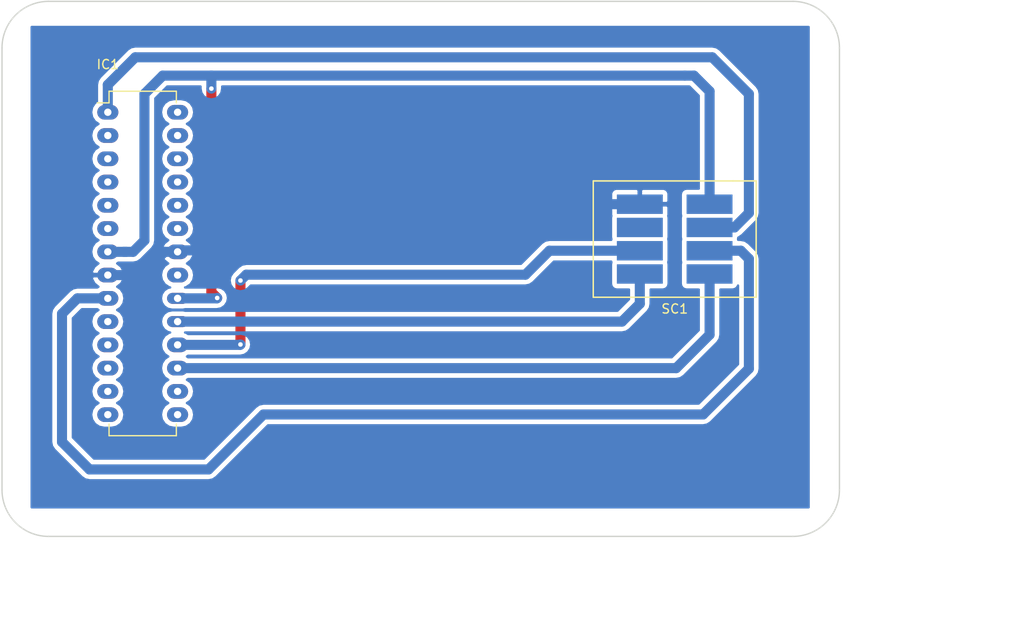
<source format=kicad_pcb>
(kicad_pcb (version 4) (host pcbnew 4.0.5+dfsg1-4)

  (general
    (links 16)
    (no_connects 0)
    (area 109.13523 58.344999 224.648859 129.065001)
    (thickness 1.6)
    (drawings 11)
    (tracks 61)
    (zones 0)
    (modules 2)
    (nets 27)
  )

  (page A4)
  (layers
    (0 F.Cu signal)
    (31 B.Cu signal)
    (32 B.Adhes user)
    (33 F.Adhes user)
    (34 B.Paste user)
    (35 F.Paste user)
    (36 B.SilkS user)
    (37 F.SilkS user)
    (38 B.Mask user)
    (39 F.Mask user)
    (40 Dwgs.User user)
    (41 Cmts.User user)
    (42 Eco1.User user)
    (43 Eco2.User user)
    (44 Edge.Cuts user)
    (45 Margin user)
    (46 B.CrtYd user)
    (47 F.CrtYd user)
    (48 B.Fab user)
    (49 F.Fab user)
  )

  (setup
    (last_trace_width 1.1)
    (user_trace_width 0.2)
    (trace_clearance 0.3)
    (zone_clearance 0.508)
    (zone_45_only yes)
    (trace_min 0.2)
    (segment_width 0.2)
    (edge_width 0.15)
    (via_size 0.6)
    (via_drill 0.5)
    (via_min_size 0.4)
    (via_min_drill 0.3)
    (uvia_size 0.3)
    (uvia_drill 0.1)
    (uvias_allowed no)
    (uvia_min_size 0.2)
    (uvia_min_drill 0.1)
    (pcb_text_width 0.3)
    (pcb_text_size 1.5 1.5)
    (mod_edge_width 0.15)
    (mod_text_size 1 1)
    (mod_text_width 0.15)
    (pad_size 2.3 1.2)
    (pad_drill 0.8)
    (pad_to_mask_clearance 0.2)
    (aux_axis_origin 0 0)
    (visible_elements FFFFFF7F)
    (pcbplotparams
      (layerselection 0x00030_80000000)
      (usegerberextensions false)
      (excludeedgelayer true)
      (linewidth 0.100000)
      (plotframeref false)
      (viasonmask false)
      (mode 1)
      (useauxorigin false)
      (hpglpennumber 1)
      (hpglpenspeed 20)
      (hpglpendiameter 15)
      (hpglpenoverlay 2)
      (psnegative false)
      (psa4output false)
      (plotreference true)
      (plotvalue true)
      (plotinvisibletext false)
      (padsonsilk false)
      (subtractmaskfromsilk false)
      (outputformat 1)
      (mirror false)
      (drillshape 0)
      (scaleselection 1)
      (outputdirectory impression/))
  )

  (net 0 "")
  (net 1 "Net-(IC1-Pad1)")
  (net 2 "Net-(IC1-Pad2)")
  (net 3 "Net-(IC1-Pad3)")
  (net 4 "Net-(IC1-Pad4)")
  (net 5 "Net-(IC1-Pad5)")
  (net 6 "Net-(IC1-Pad6)")
  (net 7 +5V)
  (net 8 GND)
  (net 9 "Net-(IC1-Pad9)")
  (net 10 "Net-(IC1-Pad10)")
  (net 11 "Net-(IC1-Pad11)")
  (net 12 "Net-(IC1-Pad12)")
  (net 13 "Net-(IC1-Pad13)")
  (net 14 "Net-(IC1-Pad14)")
  (net 15 "Net-(IC1-Pad15)")
  (net 16 "Net-(IC1-Pad16)")
  (net 17 "Net-(IC1-Pad17)")
  (net 18 "Net-(IC1-Pad18)")
  (net 19 "Net-(IC1-Pad19)")
  (net 20 "Net-(IC1-Pad21)")
  (net 21 "Net-(IC1-Pad23)")
  (net 22 "Net-(IC1-Pad24)")
  (net 23 "Net-(IC1-Pad25)")
  (net 24 "Net-(IC1-Pad26)")
  (net 25 "Net-(IC1-Pad27)")
  (net 26 "Net-(IC1-Pad28)")

  (net_class Default "Ceci est la Netclass par défaut"
    (clearance 0.3)
    (trace_width 1.1)
    (via_dia 0.6)
    (via_drill 0.5)
    (uvia_dia 0.3)
    (uvia_drill 0.1)
    (add_net +5V)
    (add_net GND)
    (add_net "Net-(IC1-Pad1)")
    (add_net "Net-(IC1-Pad10)")
    (add_net "Net-(IC1-Pad11)")
    (add_net "Net-(IC1-Pad12)")
    (add_net "Net-(IC1-Pad13)")
    (add_net "Net-(IC1-Pad14)")
    (add_net "Net-(IC1-Pad15)")
    (add_net "Net-(IC1-Pad16)")
    (add_net "Net-(IC1-Pad17)")
    (add_net "Net-(IC1-Pad18)")
    (add_net "Net-(IC1-Pad19)")
    (add_net "Net-(IC1-Pad2)")
    (add_net "Net-(IC1-Pad21)")
    (add_net "Net-(IC1-Pad23)")
    (add_net "Net-(IC1-Pad24)")
    (add_net "Net-(IC1-Pad25)")
    (add_net "Net-(IC1-Pad26)")
    (add_net "Net-(IC1-Pad27)")
    (add_net "Net-(IC1-Pad28)")
    (add_net "Net-(IC1-Pad3)")
    (add_net "Net-(IC1-Pad4)")
    (add_net "Net-(IC1-Pad5)")
    (add_net "Net-(IC1-Pad6)")
    (add_net "Net-(IC1-Pad9)")
  )

  (net_class petit ""
    (clearance 0.3)
    (trace_width 0.5)
    (via_dia 0.6)
    (via_drill 0.5)
    (uvia_dia 0.3)
    (uvia_drill 0.1)
  )

  (net_class pp ""
    (clearance 0.2)
    (trace_width 0.3)
    (via_dia 0.6)
    (via_drill 0.5)
    (uvia_dia 0.3)
    (uvia_drill 0.1)
  )

  (module Housings_DIP:DIP-28_W7.62mm_LongPads (layer F.Cu) (tedit 58DFDDBE) (tstamp 58DFCE96)
    (at 120.7711 70.527)
    (descr "28-lead dip package, row spacing 7.62 mm (300 mils), longer pads")
    (tags "dil dip 2.54 300")
    (path /58DFC490)
    (fp_text reference IC1 (at 0 -5.22) (layer F.SilkS)
      (effects (font (size 1 1) (thickness 0.15)))
    )
    (fp_text value ATMEGA328-P (at -3 13 90) (layer F.Fab)
      (effects (font (size 1 1) (thickness 0.15)))
    )
    (fp_line (start -1.4 -2.45) (end -1.4 35.5) (layer F.CrtYd) (width 0.05))
    (fp_line (start 9 -2.45) (end 9 35.5) (layer F.CrtYd) (width 0.05))
    (fp_line (start -1.4 -2.45) (end 9 -2.45) (layer F.CrtYd) (width 0.05))
    (fp_line (start -1.4 35.5) (end 9 35.5) (layer F.CrtYd) (width 0.05))
    (fp_line (start 0.135 -2.295) (end 0.135 -1.025) (layer F.SilkS) (width 0.15))
    (fp_line (start 7.485 -2.295) (end 7.485 -1.025) (layer F.SilkS) (width 0.15))
    (fp_line (start 7.485 35.315) (end 7.485 34.045) (layer F.SilkS) (width 0.15))
    (fp_line (start 0.135 35.315) (end 0.135 34.045) (layer F.SilkS) (width 0.15))
    (fp_line (start 0.135 -2.295) (end 7.485 -2.295) (layer F.SilkS) (width 0.15))
    (fp_line (start 0.135 35.315) (end 7.485 35.315) (layer F.SilkS) (width 0.15))
    (fp_line (start 0.135 -1.025) (end -1.15 -1.025) (layer F.SilkS) (width 0.15))
    (pad 1 thru_hole oval (at 0 0) (size 2.3 1.6) (drill 0.8) (layers *.Cu *.Mask)
      (net 1 "Net-(IC1-Pad1)"))
    (pad 2 thru_hole oval (at 0 2.54) (size 2.3 1.6) (drill 0.8) (layers *.Cu *.Mask)
      (net 2 "Net-(IC1-Pad2)"))
    (pad 3 thru_hole oval (at 0 5.08) (size 2.3 1.6) (drill 0.8) (layers *.Cu *.Mask)
      (net 3 "Net-(IC1-Pad3)"))
    (pad 4 thru_hole oval (at 0 7.62) (size 2.3 1.6) (drill 0.8) (layers *.Cu *.Mask)
      (net 4 "Net-(IC1-Pad4)"))
    (pad 5 thru_hole oval (at 0 10.16) (size 2.3 1.6) (drill 0.8) (layers *.Cu *.Mask)
      (net 5 "Net-(IC1-Pad5)"))
    (pad 6 thru_hole oval (at 0 12.7) (size 2.3 1.6) (drill 0.8) (layers *.Cu *.Mask)
      (net 6 "Net-(IC1-Pad6)"))
    (pad 7 thru_hole oval (at 0 15.24) (size 2.3 1.6) (drill 0.8) (layers *.Cu *.Mask)
      (net 7 +5V))
    (pad 8 thru_hole oval (at 0 17.78) (size 2.3 1.6) (drill 0.8) (layers *.Cu *.Mask)
      (net 8 GND))
    (pad 9 thru_hole oval (at 0 20.32) (size 2.3 1.6) (drill 0.8) (layers *.Cu *.Mask)
      (net 9 "Net-(IC1-Pad9)"))
    (pad 10 thru_hole oval (at 0 22.86) (size 2.3 1.6) (drill 0.8) (layers *.Cu *.Mask)
      (net 10 "Net-(IC1-Pad10)"))
    (pad 11 thru_hole oval (at 0 25.4) (size 2.3 1.6) (drill 0.8) (layers *.Cu *.Mask)
      (net 11 "Net-(IC1-Pad11)"))
    (pad 12 thru_hole oval (at 0 27.94) (size 2.3 1.6) (drill 0.8) (layers *.Cu *.Mask)
      (net 12 "Net-(IC1-Pad12)"))
    (pad 13 thru_hole oval (at 0 30.48) (size 2.3 1.6) (drill 0.8) (layers *.Cu *.Mask)
      (net 13 "Net-(IC1-Pad13)"))
    (pad 14 thru_hole oval (at 0 33.02) (size 2.3 1.6) (drill 0.8) (layers *.Cu *.Mask)
      (net 14 "Net-(IC1-Pad14)"))
    (pad 15 thru_hole oval (at 7.62 33.02) (size 2.3 1.6) (drill 0.8) (layers *.Cu *.Mask)
      (net 15 "Net-(IC1-Pad15)"))
    (pad 16 thru_hole oval (at 7.62 30.48) (size 2.3 1.6) (drill 0.8) (layers *.Cu *.Mask)
      (net 16 "Net-(IC1-Pad16)"))
    (pad 17 thru_hole oval (at 7.62 27.94) (size 2.3 1.6) (drill 0.8) (layers *.Cu *.Mask)
      (net 17 "Net-(IC1-Pad17)"))
    (pad 18 thru_hole oval (at 7.62 25.4) (size 2.3 1.6) (drill 0.8) (layers *.Cu *.Mask)
      (net 18 "Net-(IC1-Pad18)"))
    (pad 19 thru_hole oval (at 7.62 22.86) (size 2.3 1.2) (drill 0.8) (layers *.Cu *.Mask)
      (net 19 "Net-(IC1-Pad19)"))
    (pad 20 thru_hole oval (at 7.62 20.32) (size 2.3 1.2) (drill 0.8) (layers *.Cu *.Mask)
      (net 7 +5V))
    (pad 21 thru_hole oval (at 7.62 17.78) (size 2.3 1.6) (drill 0.8) (layers *.Cu *.Mask)
      (net 20 "Net-(IC1-Pad21)"))
    (pad 22 thru_hole oval (at 7.62 15.24) (size 2.3 1.6) (drill 0.8) (layers *.Cu *.Mask)
      (net 8 GND))
    (pad 23 thru_hole oval (at 7.62 12.7) (size 2.3 1.6) (drill 0.8) (layers *.Cu *.Mask)
      (net 21 "Net-(IC1-Pad23)"))
    (pad 24 thru_hole oval (at 7.62 10.16) (size 2.3 1.6) (drill 0.8) (layers *.Cu *.Mask)
      (net 22 "Net-(IC1-Pad24)"))
    (pad 25 thru_hole oval (at 7.62 7.62) (size 2.3 1.6) (drill 0.8) (layers *.Cu *.Mask)
      (net 23 "Net-(IC1-Pad25)"))
    (pad 26 thru_hole oval (at 7.62 5.08) (size 2.3 1.6) (drill 0.8) (layers *.Cu *.Mask)
      (net 24 "Net-(IC1-Pad26)"))
    (pad 27 thru_hole oval (at 7.62 2.54) (size 2.3 1.6) (drill 0.8) (layers *.Cu *.Mask)
      (net 25 "Net-(IC1-Pad27)"))
    (pad 28 thru_hole oval (at 7.62 0) (size 2.3 1.6) (drill 0.8) (layers *.Cu *.Mask)
      (net 26 "Net-(IC1-Pad28)"))
    (model Housings_DIP.3dshapes/DIP-28_W7.62mm_LongPads.wrl
      (at (xyz 0 0 0))
      (scale (xyz 1 1 1))
      (rotate (xyz 0 0 0))
    )
  )

  (module smart_cart_lib:card_connector_iso7816 (layer F.Cu) (tedit 58DFCB7B) (tstamp 58DFCEAA)
    (at 182.6711 90.727)
    (path /58DFCC3B)
    (fp_text reference SC1 (at 0 1.27) (layer F.SilkS)
      (effects (font (size 1 1) (thickness 0.15)))
    )
    (fp_text value SC_7816 (at 0 -13.97 180) (layer F.Fab)
      (effects (font (size 1 1) (thickness 0.15)))
    )
    (fp_line (start 8.89 -12.7) (end 6.35 -12.7) (layer F.SilkS) (width 0.15))
    (fp_line (start 8.89 0) (end 8.89 -12.7) (layer F.SilkS) (width 0.15))
    (fp_line (start -8.89 0) (end 8.89 0) (layer F.SilkS) (width 0.15))
    (fp_line (start -8.89 -12.7) (end -8.89 0) (layer F.SilkS) (width 0.15))
    (fp_line (start 6.35 -12.7) (end -8.89 -12.7) (layer F.SilkS) (width 0.15))
    (fp_line (start 6.35 -12.7) (end -8.89 -12.7) (layer F.SilkS) (width 0.15))
    (fp_line (start -8.89 -12.7) (end -8.89 0) (layer F.SilkS) (width 0.15))
    (fp_line (start -8.89 0) (end 8.89 0) (layer F.SilkS) (width 0.15))
    (fp_line (start 8.89 0) (end 8.89 -12.7) (layer F.SilkS) (width 0.15))
    (fp_line (start 8.89 -12.7) (end 6.35 -12.7) (layer F.SilkS) (width 0.15))
    (pad c8 connect rect (at -3.81 -2.54) (size 5 2.1) (layers B.Cu F.Mask)
      (net 19 "Net-(IC1-Pad19)"))
    (pad c7 connect rect (at -3.81 -5.08) (size 5 2.1) (layers B.Cu F.Mask)
      (net 18 "Net-(IC1-Pad18)"))
    (pad c6 connect rect (at -3.81 -7.62) (size 5 2.1) (layers B.Cu F.Mask))
    (pad c5 connect rect (at -3.81 -10.16) (size 5 2.1) (layers B.Cu F.Mask)
      (net 8 GND))
    (pad c4 connect rect (at 3.81 -2.54) (size 5 2.1) (layers B.Cu F.Mask)
      (net 17 "Net-(IC1-Pad17)"))
    (pad c3 connect rect (at 3.81 -5.08) (size 5 2.1) (layers B.Cu F.Mask)
      (net 9 "Net-(IC1-Pad9)"))
    (pad c2 connect rect (at 3.81 -7.62) (size 5 2.1) (layers B.Cu F.Mask)
      (net 1 "Net-(IC1-Pad1)"))
    (pad c1 connect rect (at 3.81 -10.16) (size 5 2.1) (layers B.Cu F.Mask)
      (net 7 +5V))
    (pad c1 connect rect (at 3.81 -10.16) (size 5 2.1) (layers B.Cu F.Mask)
      (net 7 +5V))
    (pad c2 connect rect (at 3.81 -7.62) (size 5 2.1) (layers B.Cu F.Mask)
      (net 1 "Net-(IC1-Pad1)"))
    (pad c3 connect rect (at 3.81 -5.08) (size 5 2.1) (layers B.Cu F.Mask)
      (net 9 "Net-(IC1-Pad9)"))
    (pad c4 connect rect (at 3.81 -2.54) (size 5 2.1) (layers B.Cu F.Mask)
      (net 17 "Net-(IC1-Pad17)"))
    (pad c5 connect rect (at -3.81 -10.16) (size 5 2.1) (layers B.Cu F.Mask)
      (net 8 GND))
    (pad c6 connect rect (at -3.81 -7.62) (size 5 2.1) (layers B.Cu F.Mask))
    (pad c7 connect rect (at -3.81 -5.08) (size 5 2.1) (layers B.Cu F.Mask)
      (net 18 "Net-(IC1-Pad18)"))
    (pad c8 connect rect (at -3.81 -2.54) (size 5 2.1) (layers B.Cu F.Mask)
      (net 19 "Net-(IC1-Pad19)"))
  )

  (dimension 58.423451 (width 0.3) (layer Cmts.User)
    (gr_text "58,423 mm" (at 218.148859 88.127243 89.37724431) (layer Cmts.User)
      (effects (font (size 1.5 1.5) (thickness 0.3)))
    )
    (feature1 (pts (xy 172.085 116.84) (xy 219.18128 117.351916)))
    (feature2 (pts (xy 172.72 58.42) (xy 219.81628 58.931916)))
    (crossbar (pts (xy 217.116439 58.90257) (xy 216.481439 117.32257)))
    (arrow1a (pts (xy 216.481439 117.32257) (xy 215.907297 116.189759)))
    (arrow1b (pts (xy 216.481439 117.32257) (xy 217.080069 116.202507)))
    (arrow2a (pts (xy 217.116439 58.90257) (xy 216.517809 60.022633)))
    (arrow2b (pts (xy 217.116439 58.90257) (xy 217.690581 60.035381)))
  )
  (dimension 91.442205 (width 0.3) (layer Cmts.User)
    (gr_text "91,442 mm" (at 154.864605 122.934369 359.602119) (layer Cmts.User)
      (effects (font (size 1.5 1.5) (thickness 0.3)))
    )
    (feature1 (pts (xy 109.22 111.76) (xy 109.13523 123.966837)))
    (feature2 (pts (xy 200.66 112.395) (xy 200.57523 124.601837)))
    (crossbar (pts (xy 200.59398 121.901902) (xy 109.15398 121.266902)))
    (arrow1a (pts (xy 109.15398 121.266902) (xy 110.284529 120.688318)))
    (arrow1b (pts (xy 109.15398 121.266902) (xy 110.276384 121.861131)))
    (arrow2a (pts (xy 200.59398 121.901902) (xy 199.471576 121.307673)))
    (arrow2b (pts (xy 200.59398 121.901902) (xy 199.463431 122.480486)))
  )
  (dimension 91.44 (width 0.3) (layer Cmts.User)
    (gr_text "3,6000 in" (at 154.94 127.715) (layer Cmts.User)
      (effects (font (size 1.5 1.5) (thickness 0.3)))
    )
    (feature1 (pts (xy 200.66 112.395) (xy 200.66 129.065)))
    (feature2 (pts (xy 109.22 112.395) (xy 109.22 129.065)))
    (crossbar (pts (xy 109.22 126.365) (xy 200.66 126.365)))
    (arrow1a (pts (xy 200.66 126.365) (xy 199.533496 126.951421)))
    (arrow1b (pts (xy 200.66 126.365) (xy 199.533496 125.778579)))
    (arrow2a (pts (xy 109.22 126.365) (xy 110.346504 126.951421)))
    (arrow2b (pts (xy 109.22 126.365) (xy 110.346504 125.778579)))
  )
  (gr_line (start 200.66 111.76) (end 200.66 63.5) (angle 90) (layer Edge.Cuts) (width 0.15))
  (gr_line (start 114.3 116.84) (end 195.58 116.84) (angle 90) (layer Edge.Cuts) (width 0.15))
  (gr_line (start 109.22 63.5) (end 109.22 111.76) (angle 90) (layer Edge.Cuts) (width 0.15))
  (gr_line (start 195.58 58.42) (end 114.3 58.42) (angle 90) (layer Edge.Cuts) (width 0.15))
  (gr_arc (start 195.58 63.5) (end 195.58 58.42) (angle 90) (layer Edge.Cuts) (width 0.15))
  (gr_arc (start 195.58 111.76) (end 200.66 111.76) (angle 90) (layer Edge.Cuts) (width 0.15))
  (gr_arc (start 114.3 111.76) (end 114.3 116.84) (angle 90) (layer Edge.Cuts) (width 0.15))
  (gr_arc (start 114.3 63.5) (end 109.22 63.5) (angle 90) (layer Edge.Cuts) (width 0.15))

  (segment (start 120.7711 70.527) (end 120.7711 67.527) (width 1.1) (layer B.Cu) (net 1))
  (segment (start 120.7711 67.527) (end 123.7711 64.527) (width 1.1) (layer B.Cu) (net 1) (tstamp 58DFDC70))
  (segment (start 186.4811 83.107) (end 189.1911 83.107) (width 1.1) (layer B.Cu) (net 1))
  (segment (start 189.1911 83.107) (end 190.7711 81.527) (width 1.1) (layer B.Cu) (net 1) (tstamp 58DFD7E4))
  (segment (start 190.7711 81.527) (end 190.7711 68.527) (width 1.1) (layer B.Cu) (net 1) (tstamp 58DFD7E5))
  (segment (start 190.7711 68.527) (end 186.7711 64.527) (width 1.1) (layer B.Cu) (net 1) (tstamp 58DFD7E6))
  (segment (start 186.7711 64.527) (end 123.7711 64.527) (width 1.1) (layer B.Cu) (net 1) (tstamp 58DFD7E7))
  (segment (start 128.3911 90.847) (end 132.673 90.847) (width 1.1) (layer B.Cu) (net 7) (status 400000))
  (segment (start 132.08 67.945) (end 132.08 66.527) (width 1.1) (layer B.Cu) (net 7) (tstamp 590868B8))
  (via (at 132.08 67.945) (size 0.6) (drill 0.5) (layers F.Cu B.Cu) (net 7))
  (segment (start 132.08 90.17) (end 132.08 67.945) (width 1.1) (layer F.Cu) (net 7) (tstamp 590868B4))
  (segment (start 132.715 90.805) (end 132.08 90.17) (width 1.1) (layer F.Cu) (net 7) (tstamp 590868B3))
  (via (at 132.715 90.805) (size 0.6) (drill 0.5) (layers F.Cu B.Cu) (net 7))
  (segment (start 132.673 90.847) (end 132.715 90.805) (width 1.1) (layer B.Cu) (net 7) (tstamp 590868B1))
  (segment (start 126.7711 66.527) (end 124.7711 68.527) (width 1.1) (layer B.Cu) (net 7))
  (segment (start 126.7711 66.527) (end 132.08 66.527) (width 1.1) (layer B.Cu) (net 7) (tstamp 58E4DD3D))
  (segment (start 132.08 66.527) (end 183.7711 66.527) (width 1.1) (layer B.Cu) (net 7) (tstamp 590868BB))
  (segment (start 184.7711 66.527) (end 186.4811 68.237) (width 1.1) (layer B.Cu) (net 7) (tstamp 58E4DD30))
  (segment (start 186.4811 68.237) (end 186.4811 80.567) (width 1.1) (layer B.Cu) (net 7) (tstamp 58E4DD32))
  (segment (start 183.7711 66.527) (end 184.7711 66.527) (width 1.1) (layer B.Cu) (net 7))
  (segment (start 124.7711 68.527) (end 124.7711 84.527) (width 1.1) (layer B.Cu) (net 7) (tstamp 58E4DD3F))
  (segment (start 124.7711 84.527) (end 123.5311 85.767) (width 1.1) (layer B.Cu) (net 7) (tstamp 58E4DD40))
  (segment (start 123.5311 85.767) (end 122.7711 85.767) (width 1.1) (layer B.Cu) (net 7) (tstamp 58E4DD42))
  (segment (start 122.7711 85.767) (end 122.5311 85.767) (width 1.1) (layer B.Cu) (net 7) (tstamp 58E4DD48))
  (segment (start 120.7711 85.767) (end 122.5311 85.767) (width 1.1) (layer B.Cu) (net 7))
  (segment (start 128.3911 85.767) (end 126.958 85.767) (width 1.1) (layer B.Cu) (net 8) (status 400000))
  (segment (start 124.418 88.307) (end 120.7711 88.307) (width 1.1) (layer B.Cu) (net 8) (tstamp 590868AE) (status 800000))
  (segment (start 126.958 85.767) (end 124.418 88.307) (width 1.1) (layer B.Cu) (net 8) (tstamp 590868AD))
  (segment (start 178.8611 80.567) (end 167.8111 80.567) (width 1.1) (layer B.Cu) (net 8))
  (segment (start 162.7711 85.607) (end 128.5511 85.607) (width 1.1) (layer B.Cu) (net 8) (tstamp 58DFD804))
  (segment (start 167.8111 80.567) (end 162.7711 85.607) (width 1.1) (layer B.Cu) (net 8) (tstamp 58DFD803))
  (segment (start 128.5511 85.607) (end 128.3911 85.767) (width 1.1) (layer B.Cu) (net 8) (tstamp 58DFD805))
  (segment (start 180.7711 103.527) (end 169.7711 103.527) (width 1.1) (layer B.Cu) (net 9))
  (segment (start 169.7711 103.527) (end 167.7711 103.527) (width 1.1) (layer B.Cu) (net 9) (tstamp 58DFD9F2))
  (segment (start 186.4811 85.647) (end 189.8911 85.647) (width 1.1) (layer B.Cu) (net 9))
  (segment (start 117.4511 90.847) (end 120.7711 90.847) (width 1.1) (layer B.Cu) (net 9) (tstamp 58DFD7E1))
  (segment (start 115.7711 92.527) (end 117.4511 90.847) (width 1.1) (layer B.Cu) (net 9) (tstamp 58DFD7E0))
  (segment (start 115.7711 106.527) (end 115.7711 92.527) (width 1.1) (layer B.Cu) (net 9) (tstamp 58DFD7DF))
  (segment (start 118.7711 109.527) (end 115.7711 106.527) (width 1.1) (layer B.Cu) (net 9) (tstamp 58DFD7DE))
  (segment (start 131.7711 109.527) (end 118.7711 109.527) (width 1.1) (layer B.Cu) (net 9) (tstamp 58DFD7DC))
  (segment (start 137.7711 103.527) (end 131.7711 109.527) (width 1.1) (layer B.Cu) (net 9) (tstamp 58DFD7DA))
  (segment (start 185.7711 103.527) (end 180.7711 103.527) (width 1.1) (layer B.Cu) (net 9) (tstamp 58DFD7D8))
  (segment (start 167.7711 103.527) (end 137.7711 103.527) (width 1.1) (layer B.Cu) (net 9) (tstamp 58DFD9F5))
  (segment (start 190.7711 98.527) (end 185.7711 103.527) (width 1.1) (layer B.Cu) (net 9) (tstamp 58DFD7D6))
  (segment (start 190.7711 86.527) (end 190.7711 98.527) (width 1.1) (layer B.Cu) (net 9) (tstamp 58DFD7D5))
  (segment (start 189.8911 85.647) (end 190.7711 86.527) (width 1.1) (layer B.Cu) (net 9) (tstamp 58DFD7D4))
  (segment (start 186.4811 88.187) (end 186.4811 94.817) (width 1.1) (layer B.Cu) (net 17))
  (segment (start 182.8311 98.467) (end 128.3911 98.467) (width 1.1) (layer B.Cu) (net 17) (tstamp 58DFD7CB))
  (segment (start 186.4811 94.817) (end 182.8311 98.467) (width 1.1) (layer B.Cu) (net 17) (tstamp 58DFD7CA))
  (segment (start 178.8611 85.647) (end 168.988 85.647) (width 1.1) (layer B.Cu) (net 18) (status 400000))
  (segment (start 135.213 95.927) (end 128.3911 95.927) (width 1.1) (layer B.Cu) (net 18) (tstamp 590868D6) (status 800000))
  (segment (start 135.255 95.885) (end 135.213 95.927) (width 1.1) (layer B.Cu) (net 18) (tstamp 590868D5))
  (via (at 135.255 95.885) (size 0.6) (drill 0.5) (layers F.Cu B.Cu) (net 18))
  (segment (start 135.255 88.9) (end 135.255 95.885) (width 1.1) (layer F.Cu) (net 18) (tstamp 590868D2))
  (via (at 135.255 88.9) (size 0.6) (drill 0.5) (layers F.Cu B.Cu) (net 18))
  (segment (start 135.89 88.265) (end 135.255 88.9) (width 1.1) (layer B.Cu) (net 18) (tstamp 590868CF))
  (segment (start 166.37 88.265) (end 135.89 88.265) (width 1.1) (layer B.Cu) (net 18) (tstamp 590868C9))
  (segment (start 168.988 85.647) (end 166.37 88.265) (width 1.1) (layer B.Cu) (net 18) (tstamp 590868C8))
  (segment (start 178.8611 88.187) (end 178.8611 91.437) (width 1.1) (layer B.Cu) (net 19))
  (segment (start 176.9111 93.387) (end 128.3911 93.387) (width 1.1) (layer B.Cu) (net 19) (tstamp 58DFD7CF))
  (segment (start 178.8611 91.437) (end 176.9111 93.387) (width 1.1) (layer B.Cu) (net 19) (tstamp 58DFD7CE))

  (zone (net 8) (net_name GND) (layer B.Cu) (tstamp 58E767D1) (hatch edge 0.508)
    (connect_pads (clearance 0.508))
    (min_thickness 0.254)
    (fill yes (arc_segments 16) (thermal_gap 0.508) (thermal_bridge_width 0.508))
    (polygon
      (pts
        (xy 197.4215 113.792) (xy 112.3315 113.792) (xy 112.3315 61.087) (xy 197.4215 61.087)
      )
    )
    (filled_polygon
      (pts
        (xy 197.2945 113.665) (xy 112.4585 113.665) (xy 112.4585 92.527) (xy 114.586099 92.527) (xy 114.5861 92.527005)
        (xy 114.5861 106.526995) (xy 114.586099 106.527) (xy 114.676303 106.98048) (xy 114.933178 107.364922) (xy 117.933176 110.364919)
        (xy 117.933178 110.364922) (xy 118.31762 110.621797) (xy 118.392858 110.636763) (xy 118.7711 110.712001) (xy 118.771105 110.712)
        (xy 131.771095 110.712) (xy 131.7711 110.712001) (xy 132.22458 110.621797) (xy 132.609022 110.364922) (xy 138.261943 104.712)
        (xy 185.771095 104.712) (xy 185.7711 104.712001) (xy 186.22458 104.621797) (xy 186.609022 104.364922) (xy 191.609019 99.364924)
        (xy 191.609022 99.364922) (xy 191.865897 98.98048) (xy 191.880863 98.905242) (xy 191.956101 98.527) (xy 191.9561 98.526995)
        (xy 191.9561 86.527005) (xy 191.956101 86.527) (xy 191.865897 86.07352) (xy 191.745946 85.894) (xy 191.609022 85.689078)
        (xy 191.609019 85.689076) (xy 190.729022 84.809078) (xy 190.34458 84.552203) (xy 189.8911 84.461999) (xy 189.891095 84.462)
        (xy 189.603138 84.462) (xy 189.585624 84.368924) (xy 189.618414 84.207002) (xy 189.64458 84.201797) (xy 190.029022 83.944922)
        (xy 191.609019 82.364924) (xy 191.609022 82.364922) (xy 191.865897 81.98048) (xy 191.9561 81.527) (xy 191.9561 68.527)
        (xy 191.865897 68.07352) (xy 191.609022 67.689078) (xy 191.609019 67.689076) (xy 187.609022 63.689078) (xy 187.22458 63.432203)
        (xy 186.7711 63.341999) (xy 186.771095 63.342) (xy 123.771105 63.342) (xy 123.7711 63.341999) (xy 123.392858 63.417237)
        (xy 123.31762 63.432203) (xy 122.933178 63.689078) (xy 122.933176 63.689081) (xy 119.933178 66.689078) (xy 119.676303 67.07352)
        (xy 119.586099 67.527) (xy 119.5861 67.527005) (xy 119.5861 69.368865) (xy 119.371432 69.512302) (xy 119.060363 69.977849)
        (xy 118.95113 70.527) (xy 119.060363 71.076151) (xy 119.371432 71.541698) (xy 119.753518 71.797) (xy 119.371432 72.052302)
        (xy 119.060363 72.517849) (xy 118.95113 73.067) (xy 119.060363 73.616151) (xy 119.371432 74.081698) (xy 119.753518 74.337)
        (xy 119.371432 74.592302) (xy 119.060363 75.057849) (xy 118.95113 75.607) (xy 119.060363 76.156151) (xy 119.371432 76.621698)
        (xy 119.753518 76.877) (xy 119.371432 77.132302) (xy 119.060363 77.597849) (xy 118.95113 78.147) (xy 119.060363 78.696151)
        (xy 119.371432 79.161698) (xy 119.753518 79.417) (xy 119.371432 79.672302) (xy 119.060363 80.137849) (xy 118.95113 80.687)
        (xy 119.060363 81.236151) (xy 119.371432 81.701698) (xy 119.753518 81.957) (xy 119.371432 82.212302) (xy 119.060363 82.677849)
        (xy 118.95113 83.227) (xy 119.060363 83.776151) (xy 119.371432 84.241698) (xy 119.753518 84.497) (xy 119.371432 84.752302)
        (xy 119.060363 85.217849) (xy 118.95113 85.767) (xy 119.060363 86.316151) (xy 119.371432 86.781698) (xy 119.749251 87.034149)
        (xy 119.3166 87.382104) (xy 119.046733 87.875181) (xy 119.029196 87.957961) (xy 119.151185 88.18) (xy 120.6441 88.18)
        (xy 120.6441 88.16) (xy 120.8981 88.16) (xy 120.8981 88.18) (xy 122.391015 88.18) (xy 122.513004 87.957961)
        (xy 122.495467 87.875181) (xy 122.2256 87.382104) (xy 121.792949 87.034149) (xy 121.915893 86.952) (xy 123.531095 86.952)
        (xy 123.5311 86.952001) (xy 123.98458 86.861797) (xy 124.369022 86.604922) (xy 125.609019 85.364924) (xy 125.609022 85.364922)
        (xy 125.865897 84.98048) (xy 125.911285 84.752302) (xy 125.956101 84.527) (xy 125.9561 84.526995) (xy 125.9561 70.527)
        (xy 126.57113 70.527) (xy 126.680363 71.076151) (xy 126.991432 71.541698) (xy 127.373518 71.797) (xy 126.991432 72.052302)
        (xy 126.680363 72.517849) (xy 126.57113 73.067) (xy 126.680363 73.616151) (xy 126.991432 74.081698) (xy 127.373518 74.337)
        (xy 126.991432 74.592302) (xy 126.680363 75.057849) (xy 126.57113 75.607) (xy 126.680363 76.156151) (xy 126.991432 76.621698)
        (xy 127.373518 76.877) (xy 126.991432 77.132302) (xy 126.680363 77.597849) (xy 126.57113 78.147) (xy 126.680363 78.696151)
        (xy 126.991432 79.161698) (xy 127.373518 79.417) (xy 126.991432 79.672302) (xy 126.680363 80.137849) (xy 126.57113 80.687)
        (xy 126.680363 81.236151) (xy 126.991432 81.701698) (xy 127.373518 81.957) (xy 126.991432 82.212302) (xy 126.680363 82.677849)
        (xy 126.57113 83.227) (xy 126.680363 83.776151) (xy 126.991432 84.241698) (xy 127.369251 84.494149) (xy 126.9366 84.842104)
        (xy 126.666733 85.335181) (xy 126.649196 85.417961) (xy 126.771185 85.64) (xy 128.2641 85.64) (xy 128.2641 85.62)
        (xy 128.5181 85.62) (xy 128.5181 85.64) (xy 130.011015 85.64) (xy 130.133004 85.417961) (xy 130.115467 85.335181)
        (xy 129.8456 84.842104) (xy 129.412949 84.494149) (xy 129.790768 84.241698) (xy 130.101837 83.776151) (xy 130.21107 83.227)
        (xy 130.101837 82.677849) (xy 129.790768 82.212302) (xy 129.408682 81.957) (xy 129.790768 81.701698) (xy 130.101837 81.236151)
        (xy 130.21107 80.687) (xy 130.101837 80.137849) (xy 129.790768 79.672302) (xy 129.408682 79.417) (xy 129.448057 79.39069)
        (xy 175.7261 79.39069) (xy 175.7261 80.28125) (xy 175.88485 80.44) (xy 178.7341 80.44) (xy 178.7341 79.04075)
        (xy 178.9881 79.04075) (xy 178.9881 80.44) (xy 181.83735 80.44) (xy 181.9961 80.28125) (xy 181.9961 79.39069)
        (xy 181.899427 79.157301) (xy 181.720798 78.978673) (xy 181.487409 78.882) (xy 179.14685 78.882) (xy 178.9881 79.04075)
        (xy 178.7341 79.04075) (xy 178.57535 78.882) (xy 176.234791 78.882) (xy 176.001402 78.978673) (xy 175.822773 79.157301)
        (xy 175.7261 79.39069) (xy 129.448057 79.39069) (xy 129.790768 79.161698) (xy 130.101837 78.696151) (xy 130.21107 78.147)
        (xy 130.101837 77.597849) (xy 129.790768 77.132302) (xy 129.408682 76.877) (xy 129.790768 76.621698) (xy 130.101837 76.156151)
        (xy 130.21107 75.607) (xy 130.101837 75.057849) (xy 129.790768 74.592302) (xy 129.408682 74.337) (xy 129.790768 74.081698)
        (xy 130.101837 73.616151) (xy 130.21107 73.067) (xy 130.101837 72.517849) (xy 129.790768 72.052302) (xy 129.408682 71.797)
        (xy 129.790768 71.541698) (xy 130.101837 71.076151) (xy 130.21107 70.527) (xy 130.101837 69.977849) (xy 129.790768 69.512302)
        (xy 129.325221 69.201233) (xy 128.77607 69.092) (xy 128.00613 69.092) (xy 127.456979 69.201233) (xy 126.991432 69.512302)
        (xy 126.680363 69.977849) (xy 126.57113 70.527) (xy 125.9561 70.527) (xy 125.9561 69.017844) (xy 127.261943 67.712)
        (xy 130.895 67.712) (xy 130.895 67.945) (xy 130.985203 68.39848) (xy 131.242078 68.782922) (xy 131.62652 69.039797)
        (xy 132.08 69.13) (xy 132.53348 69.039797) (xy 132.917922 68.782922) (xy 133.174797 68.39848) (xy 133.265 67.945)
        (xy 133.265 67.712) (xy 184.280256 67.712) (xy 185.2961 68.727843) (xy 185.2961 78.86956) (xy 183.9811 78.86956)
        (xy 183.745783 78.913838) (xy 183.529659 79.05291) (xy 183.384669 79.26511) (xy 183.33366 79.517) (xy 183.33366 81.617)
        (xy 183.376576 81.845076) (xy 183.33366 82.057) (xy 183.33366 84.157) (xy 183.376576 84.385076) (xy 183.33366 84.597)
        (xy 183.33366 86.697) (xy 183.376576 86.925076) (xy 183.33366 87.137) (xy 183.33366 89.237) (xy 183.377938 89.472317)
        (xy 183.51701 89.688441) (xy 183.72921 89.833431) (xy 183.9811 89.88444) (xy 185.2961 89.88444) (xy 185.2961 94.326157)
        (xy 182.340256 97.282) (xy 129.535893 97.282) (xy 129.408682 97.197) (xy 129.535893 97.112) (xy 135.212995 97.112)
        (xy 135.213 97.112001) (xy 135.66648 97.021797) (xy 136.050922 96.764922) (xy 136.092922 96.722922) (xy 136.349797 96.33848)
        (xy 136.440001 95.885) (xy 136.349797 95.43152) (xy 136.092922 95.047078) (xy 135.70848 94.790203) (xy 135.255 94.699999)
        (xy 135.04385 94.742) (xy 129.535893 94.742) (xy 129.325221 94.601233) (xy 129.202847 94.576891) (xy 129.227436 94.572)
        (xy 176.911095 94.572) (xy 176.9111 94.572001) (xy 177.36458 94.481797) (xy 177.749022 94.224922) (xy 179.699019 92.274924)
        (xy 179.699022 92.274922) (xy 179.955897 91.89048) (xy 180.0461 91.437) (xy 180.0461 89.88444) (xy 181.3611 89.88444)
        (xy 181.596417 89.840162) (xy 181.812541 89.70109) (xy 181.957531 89.48889) (xy 182.00854 89.237) (xy 182.00854 87.137)
        (xy 181.965624 86.908924) (xy 182.00854 86.697) (xy 182.00854 84.597) (xy 181.965624 84.368924) (xy 182.00854 84.157)
        (xy 182.00854 82.057) (xy 181.964262 81.821683) (xy 181.963882 81.821092) (xy 181.9961 81.74331) (xy 181.9961 80.85275)
        (xy 181.83735 80.694) (xy 178.9881 80.694) (xy 178.9881 80.714) (xy 178.7341 80.714) (xy 178.7341 80.694)
        (xy 175.88485 80.694) (xy 175.7261 80.85275) (xy 175.7261 81.74331) (xy 175.76041 81.826142) (xy 175.71366 82.057)
        (xy 175.71366 84.157) (xy 175.756576 84.385076) (xy 175.740998 84.462) (xy 168.988005 84.462) (xy 168.988 84.461999)
        (xy 168.53452 84.552203) (xy 168.150078 84.809078) (xy 168.150076 84.809081) (xy 165.879156 87.08) (xy 135.890005 87.08)
        (xy 135.89 87.079999) (xy 135.511758 87.155237) (xy 135.43652 87.170203) (xy 135.052078 87.427078) (xy 135.052076 87.427081)
        (xy 134.417078 88.062078) (xy 134.160203 88.44652) (xy 134.069999 88.9) (xy 134.160203 89.35348) (xy 134.417078 89.737922)
        (xy 134.80152 89.994797) (xy 135.255 90.085001) (xy 135.70848 89.994797) (xy 136.092922 89.737922) (xy 136.380844 89.45)
        (xy 166.369995 89.45) (xy 166.37 89.450001) (xy 166.82348 89.359797) (xy 167.207922 89.102922) (xy 169.478843 86.832)
        (xy 175.739062 86.832) (xy 175.756576 86.925076) (xy 175.71366 87.137) (xy 175.71366 89.237) (xy 175.757938 89.472317)
        (xy 175.89701 89.688441) (xy 176.10921 89.833431) (xy 176.3611 89.88444) (xy 177.6761 89.88444) (xy 177.6761 90.946157)
        (xy 176.420256 92.202) (xy 129.227436 92.202) (xy 128.97607 92.152) (xy 127.80613 92.152) (xy 127.333516 92.246009)
        (xy 126.932853 92.513723) (xy 126.665139 92.914386) (xy 126.57113 93.387) (xy 126.665139 93.859614) (xy 126.932853 94.260277)
        (xy 127.333516 94.527991) (xy 127.579353 94.576891) (xy 127.456979 94.601233) (xy 126.991432 94.912302) (xy 126.680363 95.377849)
        (xy 126.57113 95.927) (xy 126.680363 96.476151) (xy 126.991432 96.941698) (xy 127.373518 97.197) (xy 126.991432 97.452302)
        (xy 126.680363 97.917849) (xy 126.57113 98.467) (xy 126.680363 99.016151) (xy 126.991432 99.481698) (xy 127.373518 99.737)
        (xy 126.991432 99.992302) (xy 126.680363 100.457849) (xy 126.57113 101.007) (xy 126.680363 101.556151) (xy 126.991432 102.021698)
        (xy 127.373518 102.277) (xy 126.991432 102.532302) (xy 126.680363 102.997849) (xy 126.57113 103.547) (xy 126.680363 104.096151)
        (xy 126.991432 104.561698) (xy 127.456979 104.872767) (xy 128.00613 104.982) (xy 128.77607 104.982) (xy 129.325221 104.872767)
        (xy 129.790768 104.561698) (xy 130.101837 104.096151) (xy 130.21107 103.547) (xy 130.101837 102.997849) (xy 129.790768 102.532302)
        (xy 129.408682 102.277) (xy 129.790768 102.021698) (xy 130.101837 101.556151) (xy 130.21107 101.007) (xy 130.101837 100.457849)
        (xy 129.790768 99.992302) (xy 129.408682 99.737) (xy 129.535893 99.652) (xy 182.831095 99.652) (xy 182.8311 99.652001)
        (xy 183.28458 99.561797) (xy 183.669022 99.304922) (xy 187.319019 95.654924) (xy 187.319022 95.654922) (xy 187.504156 95.377849)
        (xy 187.575898 95.270479) (xy 187.666101 94.817) (xy 187.6661 94.816995) (xy 187.6661 89.88444) (xy 188.9811 89.88444)
        (xy 189.216417 89.840162) (xy 189.432541 89.70109) (xy 189.577531 89.48889) (xy 189.5861 89.446575) (xy 189.5861 98.036157)
        (xy 185.280256 102.342) (xy 137.7711 102.342) (xy 137.31762 102.432203) (xy 136.933178 102.689078) (xy 136.933176 102.689081)
        (xy 131.280256 108.342) (xy 119.261943 108.342) (xy 116.9561 106.036156) (xy 116.9561 93.017844) (xy 117.941943 92.032)
        (xy 119.626307 92.032) (xy 119.753518 92.117) (xy 119.371432 92.372302) (xy 119.060363 92.837849) (xy 118.95113 93.387)
        (xy 119.060363 93.936151) (xy 119.371432 94.401698) (xy 119.753518 94.657) (xy 119.371432 94.912302) (xy 119.060363 95.377849)
        (xy 118.95113 95.927) (xy 119.060363 96.476151) (xy 119.371432 96.941698) (xy 119.753518 97.197) (xy 119.371432 97.452302)
        (xy 119.060363 97.917849) (xy 118.95113 98.467) (xy 119.060363 99.016151) (xy 119.371432 99.481698) (xy 119.753518 99.737)
        (xy 119.371432 99.992302) (xy 119.060363 100.457849) (xy 118.95113 101.007) (xy 119.060363 101.556151) (xy 119.371432 102.021698)
        (xy 119.753518 102.277) (xy 119.371432 102.532302) (xy 119.060363 102.997849) (xy 118.95113 103.547) (xy 119.060363 104.096151)
        (xy 119.371432 104.561698) (xy 119.836979 104.872767) (xy 120.38613 104.982) (xy 121.15607 104.982) (xy 121.705221 104.872767)
        (xy 122.170768 104.561698) (xy 122.481837 104.096151) (xy 122.59107 103.547) (xy 122.481837 102.997849) (xy 122.170768 102.532302)
        (xy 121.788682 102.277) (xy 122.170768 102.021698) (xy 122.481837 101.556151) (xy 122.59107 101.007) (xy 122.481837 100.457849)
        (xy 122.170768 99.992302) (xy 121.788682 99.737) (xy 122.170768 99.481698) (xy 122.481837 99.016151) (xy 122.59107 98.467)
        (xy 122.481837 97.917849) (xy 122.170768 97.452302) (xy 121.788682 97.197) (xy 122.170768 96.941698) (xy 122.481837 96.476151)
        (xy 122.59107 95.927) (xy 122.481837 95.377849) (xy 122.170768 94.912302) (xy 121.788682 94.657) (xy 122.170768 94.401698)
        (xy 122.481837 93.936151) (xy 122.59107 93.387) (xy 122.481837 92.837849) (xy 122.170768 92.372302) (xy 121.788682 92.117)
        (xy 122.170768 91.861698) (xy 122.481837 91.396151) (xy 122.59107 90.847) (xy 122.481837 90.297849) (xy 122.170768 89.832302)
        (xy 121.792949 89.579851) (xy 122.2256 89.231896) (xy 122.495467 88.738819) (xy 122.513004 88.656039) (xy 122.391015 88.434)
        (xy 120.8981 88.434) (xy 120.8981 88.454) (xy 120.6441 88.454) (xy 120.6441 88.434) (xy 119.151185 88.434)
        (xy 119.029196 88.656039) (xy 119.046733 88.738819) (xy 119.3166 89.231896) (xy 119.749251 89.579851) (xy 119.626307 89.662)
        (xy 117.451105 89.662) (xy 117.4511 89.661999) (xy 117.072858 89.737237) (xy 116.99762 89.752203) (xy 116.613178 90.009078)
        (xy 116.613176 90.009081) (xy 114.933178 91.689078) (xy 114.676303 92.07352) (xy 114.586099 92.527) (xy 112.4585 92.527)
        (xy 112.4585 88.307) (xy 126.57113 88.307) (xy 126.680363 88.856151) (xy 126.991432 89.321698) (xy 127.456979 89.632767)
        (xy 127.579353 89.657109) (xy 127.333516 89.706009) (xy 126.932853 89.973723) (xy 126.665139 90.374386) (xy 126.57113 90.847)
        (xy 126.665139 91.319614) (xy 126.932853 91.720277) (xy 127.333516 91.987991) (xy 127.80613 92.082) (xy 128.97607 92.082)
        (xy 129.227436 92.032) (xy 132.672995 92.032) (xy 132.673 92.032001) (xy 133.12648 91.941797) (xy 133.510922 91.684922)
        (xy 133.552922 91.642922) (xy 133.809797 91.25848) (xy 133.900001 90.805) (xy 133.809797 90.35152) (xy 133.552922 89.967078)
        (xy 133.16848 89.710203) (xy 132.715 89.619999) (xy 132.50385 89.662) (xy 129.227436 89.662) (xy 129.202847 89.657109)
        (xy 129.325221 89.632767) (xy 129.790768 89.321698) (xy 130.101837 88.856151) (xy 130.21107 88.307) (xy 130.101837 87.757849)
        (xy 129.790768 87.292302) (xy 129.412949 87.039851) (xy 129.8456 86.691896) (xy 130.115467 86.198819) (xy 130.133004 86.116039)
        (xy 130.011015 85.894) (xy 128.5181 85.894) (xy 128.5181 85.914) (xy 128.2641 85.914) (xy 128.2641 85.894)
        (xy 126.771185 85.894) (xy 126.649196 86.116039) (xy 126.666733 86.198819) (xy 126.9366 86.691896) (xy 127.369251 87.039851)
        (xy 126.991432 87.292302) (xy 126.680363 87.757849) (xy 126.57113 88.307) (xy 112.4585 88.307) (xy 112.4585 61.214)
        (xy 197.2945 61.214)
      )
    )
  )
)

</source>
